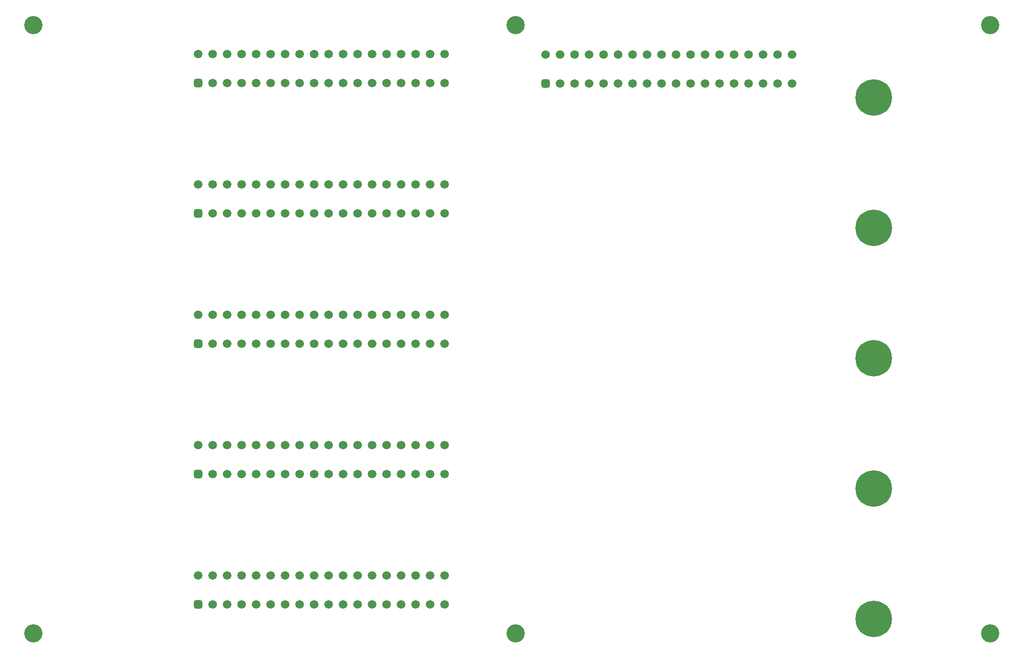
<source format=gts>
%TF.GenerationSoftware,KiCad,Pcbnew,9.0.2*%
%TF.CreationDate,2025-06-27T07:38:12+02:00*%
%TF.ProjectId,GPIO Backplane Board,4750494f-2042-4616-936b-706c616e6520,Pico GPIO Wide*%
%TF.SameCoordinates,Original*%
%TF.FileFunction,Soldermask,Top*%
%TF.FilePolarity,Negative*%
%FSLAX46Y46*%
G04 Gerber Fmt 4.6, Leading zero omitted, Abs format (unit mm)*
G04 Created by KiCad (PCBNEW 9.0.2) date 2025-06-27 07:38:12*
%MOMM*%
%LPD*%
G01*
G04 APERTURE LIST*
G04 Aperture macros list*
%AMRoundRect*
0 Rectangle with rounded corners*
0 $1 Rounding radius*
0 $2 $3 $4 $5 $6 $7 $8 $9 X,Y pos of 4 corners*
0 Add a 4 corners polygon primitive as box body*
4,1,4,$2,$3,$4,$5,$6,$7,$8,$9,$2,$3,0*
0 Add four circle primitives for the rounded corners*
1,1,$1+$1,$2,$3*
1,1,$1+$1,$4,$5*
1,1,$1+$1,$6,$7*
1,1,$1+$1,$8,$9*
0 Add four rect primitives between the rounded corners*
20,1,$1+$1,$2,$3,$4,$5,0*
20,1,$1+$1,$4,$5,$6,$7,0*
20,1,$1+$1,$6,$7,$8,$9,0*
20,1,$1+$1,$8,$9,$2,$3,0*%
G04 Aperture macros list end*
%ADD10RoundRect,0.375000X0.375000X0.375000X-0.375000X0.375000X-0.375000X-0.375000X0.375000X-0.375000X0*%
%ADD11C,1.500000*%
%ADD12C,6.400000*%
%ADD13C,3.200000*%
G04 APERTURE END LIST*
D10*
%TO.C,J4*%
X92238100Y27813000D03*
D11*
X92238100Y32893000D03*
X94778100Y27813000D03*
X94778100Y32893000D03*
X97318100Y27813000D03*
X97318100Y32893000D03*
X99858100Y27813000D03*
X99858100Y32893000D03*
X102398100Y27813000D03*
X102398100Y32893000D03*
X104938100Y27813000D03*
X104938100Y32893000D03*
X107478100Y27813000D03*
X107478100Y32893000D03*
X110018100Y27813000D03*
X110018100Y32893000D03*
X112558100Y27813000D03*
X112558100Y32893000D03*
X115098100Y27813000D03*
X115098100Y32893000D03*
X117638100Y27813000D03*
X117638100Y32893000D03*
X120178100Y27813000D03*
X120178100Y32893000D03*
X122718100Y27813000D03*
X122718100Y32893000D03*
X125258100Y27813000D03*
X125258100Y32893000D03*
X127798100Y27813000D03*
X127798100Y32893000D03*
X130338100Y27813000D03*
X130338100Y32893000D03*
X132878100Y27813000D03*
X132878100Y32893000D03*
X135418100Y27813000D03*
X135418100Y32893000D03*
%TD*%
D10*
%TO.C,J6*%
X31369000Y5080000D03*
D11*
X31369000Y10160000D03*
X33909000Y5080000D03*
X33909000Y10160000D03*
X36449000Y5080000D03*
X36449000Y10160000D03*
X38989000Y5080000D03*
X38989000Y10160000D03*
X41529000Y5080000D03*
X41529000Y10160000D03*
X44069000Y5080000D03*
X44069000Y10160000D03*
X46609000Y5080000D03*
X46609000Y10160000D03*
X49149000Y5080000D03*
X49149000Y10160000D03*
X51689000Y5080000D03*
X51689000Y10160000D03*
X54229000Y5080000D03*
X54229000Y10160000D03*
X56769000Y5080000D03*
X56769000Y10160000D03*
X59309000Y5080000D03*
X59309000Y10160000D03*
X61849000Y5080000D03*
X61849000Y10160000D03*
X64389000Y5080000D03*
X64389000Y10160000D03*
X66929000Y5080000D03*
X66929000Y10160000D03*
X69469000Y5080000D03*
X69469000Y10160000D03*
X72009000Y5080000D03*
X72009000Y10160000D03*
X74549000Y5080000D03*
X74549000Y10160000D03*
%TD*%
D10*
%TO.C,J1*%
X31369000Y-63500000D03*
D11*
X31369000Y-58420000D03*
X33909000Y-63500000D03*
X33909000Y-58420000D03*
X36449000Y-63500000D03*
X36449000Y-58420000D03*
X38989000Y-63500000D03*
X38989000Y-58420000D03*
X41529000Y-63500000D03*
X41529000Y-58420000D03*
X44069000Y-63500000D03*
X44069000Y-58420000D03*
X46609000Y-63500000D03*
X46609000Y-58420000D03*
X49149000Y-63500000D03*
X49149000Y-58420000D03*
X51689000Y-63500000D03*
X51689000Y-58420000D03*
X54229000Y-63500000D03*
X54229000Y-58420000D03*
X56769000Y-63500000D03*
X56769000Y-58420000D03*
X59309000Y-63500000D03*
X59309000Y-58420000D03*
X61849000Y-63500000D03*
X61849000Y-58420000D03*
X64389000Y-63500000D03*
X64389000Y-58420000D03*
X66929000Y-63500000D03*
X66929000Y-58420000D03*
X69469000Y-63500000D03*
X69469000Y-58420000D03*
X72009000Y-63500000D03*
X72009000Y-58420000D03*
X74549000Y-63500000D03*
X74549000Y-58420000D03*
%TD*%
D10*
%TO.C,J3*%
X31369000Y-40640000D03*
D11*
X31369000Y-35560000D03*
X33909000Y-40640000D03*
X33909000Y-35560000D03*
X36449000Y-40640000D03*
X36449000Y-35560000D03*
X38989000Y-40640000D03*
X38989000Y-35560000D03*
X41529000Y-40640000D03*
X41529000Y-35560000D03*
X44069000Y-40640000D03*
X44069000Y-35560000D03*
X46609000Y-40640000D03*
X46609000Y-35560000D03*
X49149000Y-40640000D03*
X49149000Y-35560000D03*
X51689000Y-40640000D03*
X51689000Y-35560000D03*
X54229000Y-40640000D03*
X54229000Y-35560000D03*
X56769000Y-40640000D03*
X56769000Y-35560000D03*
X59309000Y-40640000D03*
X59309000Y-35560000D03*
X61849000Y-40640000D03*
X61849000Y-35560000D03*
X64389000Y-40640000D03*
X64389000Y-35560000D03*
X66929000Y-40640000D03*
X66929000Y-35560000D03*
X69469000Y-40640000D03*
X69469000Y-35560000D03*
X72009000Y-40640000D03*
X72009000Y-35560000D03*
X74549000Y-40640000D03*
X74549000Y-35560000D03*
%TD*%
D10*
%TO.C,J5*%
X31369000Y-17780000D03*
D11*
X31369000Y-12700000D03*
X33909000Y-17780000D03*
X33909000Y-12700000D03*
X36449000Y-17780000D03*
X36449000Y-12700000D03*
X38989000Y-17780000D03*
X38989000Y-12700000D03*
X41529000Y-17780000D03*
X41529000Y-12700000D03*
X44069000Y-17780000D03*
X44069000Y-12700000D03*
X46609000Y-17780000D03*
X46609000Y-12700000D03*
X49149000Y-17780000D03*
X49149000Y-12700000D03*
X51689000Y-17780000D03*
X51689000Y-12700000D03*
X54229000Y-17780000D03*
X54229000Y-12700000D03*
X56769000Y-17780000D03*
X56769000Y-12700000D03*
X59309000Y-17780000D03*
X59309000Y-12700000D03*
X61849000Y-17780000D03*
X61849000Y-12700000D03*
X64389000Y-17780000D03*
X64389000Y-12700000D03*
X66929000Y-17780000D03*
X66929000Y-12700000D03*
X69469000Y-17780000D03*
X69469000Y-12700000D03*
X72009000Y-17780000D03*
X72009000Y-12700000D03*
X74549000Y-17780000D03*
X74549000Y-12700000D03*
%TD*%
D10*
%TO.C,J2*%
X31369000Y27940000D03*
D11*
X31369000Y33020000D03*
X33909000Y27940000D03*
X33909000Y33020000D03*
X36449000Y27940000D03*
X36449000Y33020000D03*
X38989000Y27940000D03*
X38989000Y33020000D03*
X41529000Y27940000D03*
X41529000Y33020000D03*
X44069000Y27940000D03*
X44069000Y33020000D03*
X46609000Y27940000D03*
X46609000Y33020000D03*
X49149000Y27940000D03*
X49149000Y33020000D03*
X51689000Y27940000D03*
X51689000Y33020000D03*
X54229000Y27940000D03*
X54229000Y33020000D03*
X56769000Y27940000D03*
X56769000Y33020000D03*
X59309000Y27940000D03*
X59309000Y33020000D03*
X61849000Y27940000D03*
X61849000Y33020000D03*
X64389000Y27940000D03*
X64389000Y33020000D03*
X66929000Y27940000D03*
X66929000Y33020000D03*
X69469000Y27940000D03*
X69469000Y33020000D03*
X72009000Y27940000D03*
X72009000Y33020000D03*
X74549000Y27940000D03*
X74549000Y33020000D03*
%TD*%
D12*
%TO.C,H1*%
X149758400Y25400000D03*
%TD*%
%TO.C,H2*%
X149758400Y2540000D03*
%TD*%
D13*
%TO.C,H8*%
X2540000Y-68580000D03*
%TD*%
D12*
%TO.C,H3*%
X149758400Y-43180000D03*
%TD*%
%TO.C,H4*%
X149758400Y-66040000D03*
%TD*%
D13*
%TO.C,H9*%
X170180000Y-68580000D03*
%TD*%
%TO.C,H10*%
X86995000Y38100000D03*
%TD*%
D12*
%TO.C,H5*%
X149758400Y-20320000D03*
%TD*%
D13*
%TO.C,H6*%
X2540000Y38100000D03*
%TD*%
%TO.C,H7*%
X170180000Y38100000D03*
%TD*%
%TO.C,H11*%
X86995000Y-68580000D03*
%TD*%
M02*

</source>
